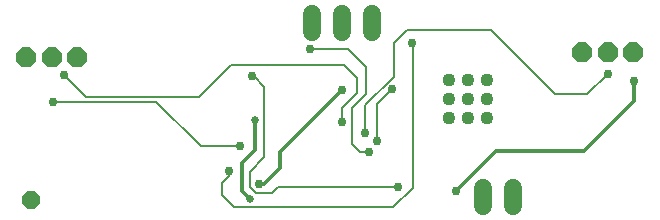
<source format=gbr>
G04 EAGLE Gerber RS-274X export*
G75*
%MOMM*%
%FSLAX34Y34*%
%LPD*%
%INBottom Copper*%
%IPPOS*%
%AMOC8*
5,1,8,0,0,1.08239X$1,22.5*%
G01*
G04 Define Apertures*
%ADD10C,1.524000*%
%ADD11P,1.649562X8X22.500000*%
%ADD12P,1.814519X8X22.500000*%
%ADD13P,1.814519X8X202.500000*%
%ADD14C,1.108000*%
%ADD15C,0.756400*%
%ADD16C,0.355600*%
%ADD17C,0.656400*%
%ADD18C,0.152400*%
D10*
X406146Y20320D02*
X406146Y35560D01*
X431546Y35560D02*
X431546Y20320D01*
X261493Y167642D02*
X261493Y182882D01*
X286893Y182882D02*
X286893Y167642D01*
X312293Y167642D02*
X312293Y182882D01*
D11*
X23114Y25400D03*
D12*
X490220Y150876D03*
X511810Y150876D03*
X533400Y150876D03*
D13*
X62738Y146122D03*
X41148Y146122D03*
X19558Y146122D03*
D14*
X393192Y110998D03*
X377192Y126998D03*
X409192Y126998D03*
X409192Y94998D03*
X377192Y94998D03*
X393192Y94998D03*
X409192Y110998D03*
X393192Y126998D03*
X377192Y110998D03*
D15*
X216408Y38862D03*
X287020Y118364D03*
D16*
X234442Y65786D01*
X234442Y52324D01*
X220980Y38862D01*
D17*
X213106Y93218D03*
X208534Y26289D03*
D18*
X208054Y26769D01*
D16*
X208534Y26289D02*
X201676Y33147D01*
X201676Y56388D01*
X212852Y67564D01*
X213360Y67564D01*
X213360Y92964D01*
X213106Y93218D01*
X216408Y38862D02*
X220980Y38862D01*
D15*
X533654Y125730D03*
X383286Y33020D03*
D16*
X533654Y108966D02*
X533654Y125730D01*
X533654Y108966D02*
X491744Y67056D01*
X417322Y67056D01*
X383286Y33020D01*
D15*
X306324Y82296D03*
X511810Y131826D03*
D18*
X511556Y131826D01*
X494284Y114554D01*
X467360Y114554D01*
X413004Y168910D01*
X341630Y168910D01*
X306324Y105410D02*
X306324Y82296D01*
X330426Y157706D02*
X341630Y168910D01*
X330426Y157706D02*
X330426Y129512D01*
X306324Y105410D01*
D15*
X41910Y108204D03*
X200406Y70612D03*
D18*
X129540Y108204D02*
X41910Y108204D01*
X129540Y108204D02*
X167132Y70612D01*
X200406Y70612D01*
D15*
X191262Y49784D03*
X345948Y158496D03*
D18*
X191262Y49784D02*
X191028Y49550D01*
X185420Y29210D02*
X195179Y19451D01*
X185420Y29210D02*
X185420Y39878D01*
X191262Y45720D01*
X191262Y49784D01*
X195179Y19451D02*
X330148Y19451D01*
X346456Y35760D01*
X346456Y157988D01*
X345948Y158496D01*
D15*
X210820Y130048D03*
X333756Y35814D03*
D18*
X232156Y35814D01*
X227838Y31496D01*
X220980Y61214D02*
X220980Y121158D01*
X212090Y130048D01*
X210820Y130048D01*
X213669Y31496D02*
X227838Y31496D01*
X213669Y31496D02*
X208562Y36603D01*
X208562Y48796D01*
X220980Y61214D01*
D15*
X316687Y75489D03*
X329438Y119126D03*
D18*
X316687Y106375D02*
X316687Y75489D01*
X316687Y106375D02*
X329438Y119126D01*
D15*
X51308Y131318D03*
X287020Y91186D03*
D18*
X69850Y112776D02*
X51308Y131318D01*
X288798Y139446D02*
X299466Y128778D01*
X299466Y115824D01*
X287020Y103378D01*
X287020Y91186D01*
X165917Y112776D02*
X69850Y112776D01*
X165917Y112776D02*
X192587Y139446D01*
X288798Y139446D01*
D15*
X309626Y66040D03*
X259842Y152781D03*
D18*
X292227Y152781D01*
X302260Y66040D02*
X309626Y66040D01*
X302260Y66040D02*
X295501Y72799D01*
X307340Y137668D02*
X292227Y152781D01*
X307340Y137668D02*
X307340Y115316D01*
X295501Y103477D01*
X295501Y72799D01*
M02*

</source>
